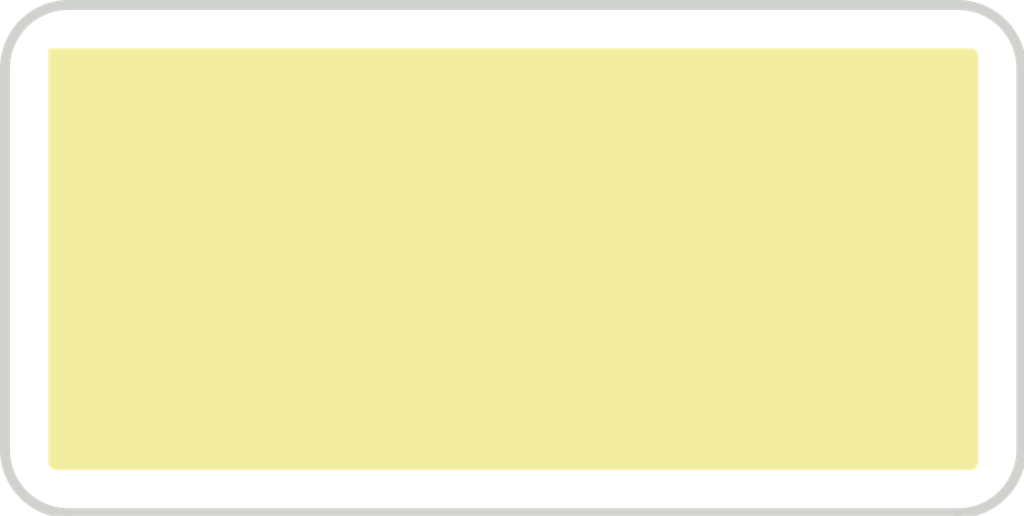
<source format=kicad_pcb>
(kicad_pcb (version 20221018) (generator pcbnew)

  (general
    (thickness 1.6)
  )

  (paper "A4")
  (layers
    (0 "F.Cu" signal)
    (31 "B.Cu" signal)
    (32 "B.Adhes" user "B.Adhesive")
    (33 "F.Adhes" user "F.Adhesive")
    (34 "B.Paste" user)
    (35 "F.Paste" user)
    (36 "B.SilkS" user "B.Silkscreen")
    (37 "F.SilkS" user "F.Silkscreen")
    (38 "B.Mask" user)
    (39 "F.Mask" user)
    (40 "Dwgs.User" user "User.Drawings")
    (41 "Cmts.User" user "User.Comments")
    (42 "Eco1.User" user "User.Eco1")
    (43 "Eco2.User" user "User.Eco2")
    (44 "Edge.Cuts" user)
    (45 "Margin" user)
    (46 "B.CrtYd" user "B.Courtyard")
    (47 "F.CrtYd" user "F.Courtyard")
    (48 "B.Fab" user)
    (49 "F.Fab" user)
    (50 "User.1" user)
    (51 "User.2" user)
    (52 "User.3" user)
    (53 "User.4" user)
    (54 "User.5" user)
    (55 "User.6" user)
    (56 "User.7" user)
    (57 "User.8" user)
    (58 "User.9" user)
  )

  (setup
    (pad_to_mask_clearance 0)
    (pcbplotparams
      (layerselection 0x00010fc_ffffffff)
      (plot_on_all_layers_selection 0x0000000_00000000)
      (disableapertmacros false)
      (usegerberextensions false)
      (usegerberattributes true)
      (usegerberadvancedattributes true)
      (creategerberjobfile true)
      (dashed_line_dash_ratio 12.000000)
      (dashed_line_gap_ratio 3.000000)
      (svgprecision 4)
      (plotframeref false)
      (viasonmask false)
      (mode 1)
      (useauxorigin false)
      (hpglpennumber 1)
      (hpglpenspeed 20)
      (hpglpendiameter 15.000000)
      (dxfpolygonmode true)
      (dxfimperialunits true)
      (dxfusepcbnewfont true)
      (psnegative false)
      (psa4output false)
      (plotreference true)
      (plotvalue true)
      (plotinvisibletext false)
      (sketchpadsonfab false)
      (subtractmaskfromsilk false)
      (outputformat 1)
      (mirror false)
      (drillshape 1)
      (scaleselection 1)
      (outputdirectory "")
    )
  )

  (net 0 "")

  (gr_rect (start 154.178 98.298) (end 163.322 102.362)
    (stroke (width 0.15) (type solid)) (fill solid) (layer "F.SilkS") (tstamp 59b590d9-29d1-48db-8cb2-f7b5a06fa6f9))
  (gr_line (start 153.67 98.425) (end 153.67 102.235)
    (stroke (width 0.1) (type default)) (layer "Edge.Cuts") (tstamp 15100db9-ae17-401b-8cc2-fbe510bca969))
  (gr_line (start 154.305 102.87) (end 163.195 102.87)
    (stroke (width 0.1) (type default)) (layer "Edge.Cuts") (tstamp 1f67c4e1-c936-4a29-ae89-7dadacea48cf))
  (gr_line (start 163.195 97.79) (end 154.305 97.79)
    (stroke (width 0.1) (type default)) (layer "Edge.Cuts") (tstamp 3a7292f1-3267-411a-989d-7fae09433918))
  (gr_arc (start 154.305 102.87) (mid 153.855987 102.684013) (end 153.67 102.235)
    (stroke (width 0.1) (type default)) (layer "Edge.Cuts") (tstamp 64327d72-bc3a-439d-9d8b-b7f9c685c895))
  (gr_arc (start 163.83 102.235) (mid 163.644013 102.684012) (end 163.195 102.87)
    (stroke (width 0.1) (type default)) (layer "Edge.Cuts") (tstamp 9e85075a-dccc-48cc-aa83-0c72d7ab039c))
  (gr_line (start 163.83 102.235) (end 163.83 98.425)
    (stroke (width 0.1) (type default)) (layer "Edge.Cuts") (tstamp dba0e61b-b600-4380-b53e-9ef98d232c23))
  (gr_arc (start 153.67 98.425) (mid 153.855987 97.975987) (end 154.305 97.79)
    (stroke (width 0.1) (type default)) (layer "Edge.Cuts") (tstamp f2ea3202-b97d-4651-9cf8-a628c551db9c))
  (gr_arc (start 163.195 97.79) (mid 163.644013 97.975987) (end 163.83 98.425)
    (stroke (width 0.1) (type default)) (layer "Edge.Cuts") (tstamp fdbce5ad-e2df-4170-a174-dbade46e3c07))

)

</source>
